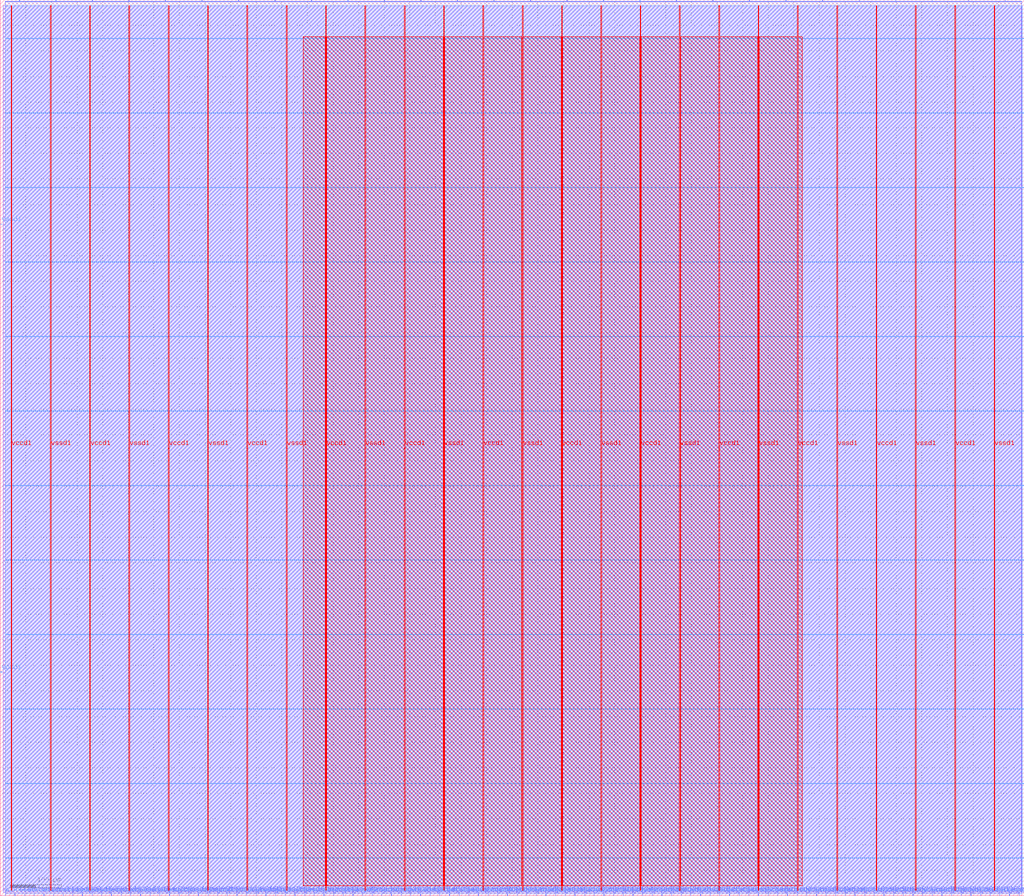
<source format=lef>
VERSION 5.7 ;
  NOWIREEXTENSIONATPIN ON ;
  DIVIDERCHAR "/" ;
  BUSBITCHARS "[]" ;
MACRO tapeins_sp24_tapein2_Interconnect_noparam
  CLASS BLOCK ;
  FOREIGN tapeins_sp24_tapein2_Interconnect_noparam ;
  ORIGIN 0.000 0.000 ;
  SIZE 2000.000 BY 1750.000 ;
  PIN adapter_parity
    DIRECTION OUTPUT TRISTATE ;
    USE SIGNAL ;
    ANTENNADIFFAREA 2.673000 ;
    PORT
      LAYER met3 ;
        RECT 1996.000 73.480 2000.000 74.080 ;
    END
  END adapter_parity
  PIN classifier_xbar_input_override
    DIRECTION INPUT ;
    USE SIGNAL ;
    ANTENNAGATEAREA 0.990000 ;
    PORT
      LAYER met3 ;
        RECT 1996.000 946.600 2000.000 947.200 ;
    END
  END classifier_xbar_input_override
  PIN classifier_xbar_output_override
    DIRECTION INPUT ;
    USE SIGNAL ;
    ANTENNAGATEAREA 0.990000 ;
    PORT
      LAYER met3 ;
        RECT 1996.000 1092.120 2000.000 1092.720 ;
    END
  END classifier_xbar_output_override
  PIN clk
    DIRECTION INPUT ;
    USE SIGNAL ;
    ANTENNAGATEAREA 0.852000 ;
    ANTENNADIFFAREA 0.434700 ;
    PORT
      LAYER met2 ;
        RECT 9.750 0.000 10.030 4.000 ;
    END
  END clk
  PIN cs
    DIRECTION INPUT ;
    USE SIGNAL ;
    ANTENNAGATEAREA 0.426000 ;
    PORT
      LAYER met3 ;
        RECT 1996.000 364.520 2000.000 365.120 ;
    END
  END cs
  PIN input_xbar_input_override
    DIRECTION INPUT ;
    USE SIGNAL ;
    ANTENNAGATEAREA 0.990000 ;
    PORT
      LAYER met3 ;
        RECT 1996.000 1237.640 2000.000 1238.240 ;
    END
  END input_xbar_input_override
  PIN input_xbar_output_override
    DIRECTION INPUT ;
    USE SIGNAL ;
    ANTENNAGATEAREA 0.990000 ;
    PORT
      LAYER met3 ;
        RECT 1996.000 1383.160 2000.000 1383.760 ;
    END
  END input_xbar_output_override
  PIN io_oeb[0]
    DIRECTION OUTPUT TRISTATE ;
    USE SIGNAL ;
    PORT
      LAYER met2 ;
        RECT 37.350 1746.000 37.630 1750.000 ;
    END
  END io_oeb[0]
  PIN io_oeb[10]
    DIRECTION OUTPUT TRISTATE ;
    USE SIGNAL ;
    PORT
      LAYER met2 ;
        RECT 750.350 1746.000 750.630 1750.000 ;
    END
  END io_oeb[10]
  PIN io_oeb[11]
    DIRECTION OUTPUT TRISTATE ;
    USE SIGNAL ;
    PORT
      LAYER met2 ;
        RECT 821.650 1746.000 821.930 1750.000 ;
    END
  END io_oeb[11]
  PIN io_oeb[12]
    DIRECTION OUTPUT TRISTATE ;
    USE SIGNAL ;
    PORT
      LAYER met2 ;
        RECT 892.950 1746.000 893.230 1750.000 ;
    END
  END io_oeb[12]
  PIN io_oeb[13]
    DIRECTION OUTPUT TRISTATE ;
    USE SIGNAL ;
    PORT
      LAYER met2 ;
        RECT 964.250 1746.000 964.530 1750.000 ;
    END
  END io_oeb[13]
  PIN io_oeb[14]
    DIRECTION OUTPUT TRISTATE ;
    USE SIGNAL ;
    PORT
      LAYER met2 ;
        RECT 1035.550 1746.000 1035.830 1750.000 ;
    END
  END io_oeb[14]
  PIN io_oeb[15]
    DIRECTION OUTPUT TRISTATE ;
    USE SIGNAL ;
    PORT
      LAYER met2 ;
        RECT 1106.850 1746.000 1107.130 1750.000 ;
    END
  END io_oeb[15]
  PIN io_oeb[16]
    DIRECTION OUTPUT TRISTATE ;
    USE SIGNAL ;
    PORT
      LAYER met2 ;
        RECT 1178.150 1746.000 1178.430 1750.000 ;
    END
  END io_oeb[16]
  PIN io_oeb[17]
    DIRECTION OUTPUT TRISTATE ;
    USE SIGNAL ;
    PORT
      LAYER met2 ;
        RECT 1249.450 1746.000 1249.730 1750.000 ;
    END
  END io_oeb[17]
  PIN io_oeb[18]
    DIRECTION OUTPUT TRISTATE ;
    USE SIGNAL ;
    PORT
      LAYER met2 ;
        RECT 1320.750 1746.000 1321.030 1750.000 ;
    END
  END io_oeb[18]
  PIN io_oeb[19]
    DIRECTION OUTPUT TRISTATE ;
    USE SIGNAL ;
    PORT
      LAYER met2 ;
        RECT 1392.050 1746.000 1392.330 1750.000 ;
    END
  END io_oeb[19]
  PIN io_oeb[1]
    DIRECTION OUTPUT TRISTATE ;
    USE SIGNAL ;
    PORT
      LAYER met2 ;
        RECT 108.650 1746.000 108.930 1750.000 ;
    END
  END io_oeb[1]
  PIN io_oeb[20]
    DIRECTION OUTPUT TRISTATE ;
    USE SIGNAL ;
    PORT
      LAYER met2 ;
        RECT 1463.350 1746.000 1463.630 1750.000 ;
    END
  END io_oeb[20]
  PIN io_oeb[21]
    DIRECTION OUTPUT TRISTATE ;
    USE SIGNAL ;
    PORT
      LAYER met2 ;
        RECT 1534.650 1746.000 1534.930 1750.000 ;
    END
  END io_oeb[21]
  PIN io_oeb[22]
    DIRECTION OUTPUT TRISTATE ;
    USE SIGNAL ;
    PORT
      LAYER met2 ;
        RECT 1605.950 1746.000 1606.230 1750.000 ;
    END
  END io_oeb[22]
  PIN io_oeb[2]
    DIRECTION OUTPUT TRISTATE ;
    USE SIGNAL ;
    PORT
      LAYER met2 ;
        RECT 179.950 1746.000 180.230 1750.000 ;
    END
  END io_oeb[2]
  PIN io_oeb[3]
    DIRECTION OUTPUT TRISTATE ;
    USE SIGNAL ;
    PORT
      LAYER met2 ;
        RECT 251.250 1746.000 251.530 1750.000 ;
    END
  END io_oeb[3]
  PIN io_oeb[4]
    DIRECTION OUTPUT TRISTATE ;
    USE SIGNAL ;
    PORT
      LAYER met2 ;
        RECT 322.550 1746.000 322.830 1750.000 ;
    END
  END io_oeb[4]
  PIN io_oeb[5]
    DIRECTION OUTPUT TRISTATE ;
    USE SIGNAL ;
    PORT
      LAYER met2 ;
        RECT 393.850 1746.000 394.130 1750.000 ;
    END
  END io_oeb[5]
  PIN io_oeb[6]
    DIRECTION OUTPUT TRISTATE ;
    USE SIGNAL ;
    PORT
      LAYER met2 ;
        RECT 465.150 1746.000 465.430 1750.000 ;
    END
  END io_oeb[6]
  PIN io_oeb[7]
    DIRECTION OUTPUT TRISTATE ;
    USE SIGNAL ;
    PORT
      LAYER met2 ;
        RECT 536.450 1746.000 536.730 1750.000 ;
    END
  END io_oeb[7]
  PIN io_oeb[8]
    DIRECTION OUTPUT TRISTATE ;
    USE SIGNAL ;
    PORT
      LAYER met2 ;
        RECT 607.750 1746.000 608.030 1750.000 ;
    END
  END io_oeb[8]
  PIN io_oeb[9]
    DIRECTION OUTPUT TRISTATE ;
    USE SIGNAL ;
    PORT
      LAYER met2 ;
        RECT 679.050 1746.000 679.330 1750.000 ;
    END
  END io_oeb[9]
  PIN io_out[0]
    DIRECTION OUTPUT TRISTATE ;
    USE SIGNAL ;
    PORT
      LAYER met2 ;
        RECT 1677.250 1746.000 1677.530 1750.000 ;
    END
  END io_out[0]
  PIN io_out[1]
    DIRECTION OUTPUT TRISTATE ;
    USE SIGNAL ;
    PORT
      LAYER met2 ;
        RECT 1748.550 1746.000 1748.830 1750.000 ;
    END
  END io_out[1]
  PIN io_out[2]
    DIRECTION OUTPUT TRISTATE ;
    USE SIGNAL ;
    PORT
      LAYER met2 ;
        RECT 1819.850 1746.000 1820.130 1750.000 ;
    END
  END io_out[2]
  PIN io_out[3]
    DIRECTION OUTPUT TRISTATE ;
    USE SIGNAL ;
    PORT
      LAYER met2 ;
        RECT 1891.150 1746.000 1891.430 1750.000 ;
    END
  END io_out[3]
  PIN io_out[4]
    DIRECTION OUTPUT TRISTATE ;
    USE SIGNAL ;
    PORT
      LAYER met2 ;
        RECT 1962.450 1746.000 1962.730 1750.000 ;
    END
  END io_out[4]
  PIN minion_parity
    DIRECTION OUTPUT TRISTATE ;
    USE SIGNAL ;
    ANTENNADIFFAREA 2.673000 ;
    PORT
      LAYER met3 ;
        RECT 1996.000 219.000 2000.000 219.600 ;
    END
  END minion_parity
  PIN miso
    DIRECTION OUTPUT TRISTATE ;
    USE SIGNAL ;
    ANTENNADIFFAREA 2.673000 ;
    PORT
      LAYER met3 ;
        RECT 1996.000 801.080 2000.000 801.680 ;
    END
  END miso
  PIN mosi
    DIRECTION INPUT ;
    USE SIGNAL ;
    ANTENNAGATEAREA 0.247500 ;
    PORT
      LAYER met3 ;
        RECT 1996.000 510.040 2000.000 510.640 ;
    END
  END mosi
  PIN output_xbar_input_override
    DIRECTION INPUT ;
    USE SIGNAL ;
    ANTENNAGATEAREA 0.990000 ;
    PORT
      LAYER met3 ;
        RECT 1996.000 1528.680 2000.000 1529.280 ;
    END
  END output_xbar_input_override
  PIN output_xbar_output_override
    DIRECTION INPUT ;
    USE SIGNAL ;
    ANTENNAGATEAREA 0.990000 ;
    PORT
      LAYER met3 ;
        RECT 1996.000 1674.200 2000.000 1674.800 ;
    END
  END output_xbar_output_override
  PIN reset
    DIRECTION INPUT ;
    USE SIGNAL ;
    ANTENNAGATEAREA 0.990000 ;
    PORT
      LAYER met2 ;
        RECT 28.610 0.000 28.890 4.000 ;
    END
  END reset
  PIN sclk
    DIRECTION INPUT ;
    USE SIGNAL ;
    ANTENNAGATEAREA 0.426000 ;
    PORT
      LAYER met3 ;
        RECT 1996.000 655.560 2000.000 656.160 ;
    END
  END sclk
  PIN vccd1
    DIRECTION INOUT ;
    USE SIGNAL ;
    PORT
      LAYER met3 ;
        RECT 0.000 436.600 4.000 437.200 ;
    END
    PORT
      LAYER met4 ;
        RECT 21.040 10.640 22.640 1738.320 ;
    END
    PORT
      LAYER met4 ;
        RECT 174.640 10.640 176.240 1738.320 ;
    END
    PORT
      LAYER met4 ;
        RECT 328.240 10.640 329.840 1738.320 ;
    END
    PORT
      LAYER met4 ;
        RECT 481.840 10.640 483.440 1738.320 ;
    END
    PORT
      LAYER met4 ;
        RECT 635.440 10.640 637.040 1738.320 ;
    END
    PORT
      LAYER met4 ;
        RECT 789.040 10.640 790.640 1738.320 ;
    END
    PORT
      LAYER met4 ;
        RECT 942.640 10.640 944.240 1738.320 ;
    END
    PORT
      LAYER met4 ;
        RECT 1096.240 10.640 1097.840 1738.320 ;
    END
    PORT
      LAYER met4 ;
        RECT 1249.840 10.640 1251.440 1738.320 ;
    END
    PORT
      LAYER met4 ;
        RECT 1403.440 10.640 1405.040 1738.320 ;
    END
    PORT
      LAYER met4 ;
        RECT 1557.040 10.640 1558.640 1738.320 ;
    END
    PORT
      LAYER met4 ;
        RECT 1710.640 10.640 1712.240 1738.320 ;
    END
    PORT
      LAYER met4 ;
        RECT 1864.240 10.640 1865.840 1738.320 ;
    END
  END vccd1
  PIN vssd1
    DIRECTION INOUT ;
    USE SIGNAL ;
    PORT
      LAYER met3 ;
        RECT 0.000 1311.080 4.000 1311.680 ;
    END
    PORT
      LAYER met4 ;
        RECT 97.840 10.640 99.440 1738.320 ;
    END
    PORT
      LAYER met4 ;
        RECT 251.440 10.640 253.040 1738.320 ;
    END
    PORT
      LAYER met4 ;
        RECT 405.040 10.640 406.640 1738.320 ;
    END
    PORT
      LAYER met4 ;
        RECT 558.640 10.640 560.240 1738.320 ;
    END
    PORT
      LAYER met4 ;
        RECT 712.240 10.640 713.840 1738.320 ;
    END
    PORT
      LAYER met4 ;
        RECT 865.840 10.640 867.440 1738.320 ;
    END
    PORT
      LAYER met4 ;
        RECT 1019.440 10.640 1021.040 1738.320 ;
    END
    PORT
      LAYER met4 ;
        RECT 1173.040 10.640 1174.640 1738.320 ;
    END
    PORT
      LAYER met4 ;
        RECT 1326.640 10.640 1328.240 1738.320 ;
    END
    PORT
      LAYER met4 ;
        RECT 1480.240 10.640 1481.840 1738.320 ;
    END
    PORT
      LAYER met4 ;
        RECT 1633.840 10.640 1635.440 1738.320 ;
    END
    PORT
      LAYER met4 ;
        RECT 1787.440 10.640 1789.040 1738.320 ;
    END
    PORT
      LAYER met4 ;
        RECT 1941.040 10.640 1942.640 1738.320 ;
    END
  END vssd1
  PIN wbs_ack_o
    DIRECTION OUTPUT TRISTATE ;
    USE SIGNAL ;
    PORT
      LAYER met2 ;
        RECT 47.470 0.000 47.750 4.000 ;
    END
  END wbs_ack_o
  PIN wbs_adr_i[0]
    DIRECTION INPUT ;
    USE SIGNAL ;
    ANTENNAGATEAREA 0.196500 ;
    PORT
      LAYER met2 ;
        RECT 66.330 0.000 66.610 4.000 ;
    END
  END wbs_adr_i[0]
  PIN wbs_adr_i[10]
    DIRECTION INPUT ;
    USE SIGNAL ;
    ANTENNAGATEAREA 0.196500 ;
    PORT
      LAYER met2 ;
        RECT 254.930 0.000 255.210 4.000 ;
    END
  END wbs_adr_i[10]
  PIN wbs_adr_i[11]
    DIRECTION INPUT ;
    USE SIGNAL ;
    ANTENNAGATEAREA 0.196500 ;
    PORT
      LAYER met2 ;
        RECT 273.790 0.000 274.070 4.000 ;
    END
  END wbs_adr_i[11]
  PIN wbs_adr_i[12]
    DIRECTION INPUT ;
    USE SIGNAL ;
    ANTENNAGATEAREA 0.196500 ;
    PORT
      LAYER met2 ;
        RECT 292.650 0.000 292.930 4.000 ;
    END
  END wbs_adr_i[12]
  PIN wbs_adr_i[13]
    DIRECTION INPUT ;
    USE SIGNAL ;
    ANTENNAGATEAREA 0.196500 ;
    PORT
      LAYER met2 ;
        RECT 311.510 0.000 311.790 4.000 ;
    END
  END wbs_adr_i[13]
  PIN wbs_adr_i[14]
    DIRECTION INPUT ;
    USE SIGNAL ;
    ANTENNAGATEAREA 0.196500 ;
    PORT
      LAYER met2 ;
        RECT 330.370 0.000 330.650 4.000 ;
    END
  END wbs_adr_i[14]
  PIN wbs_adr_i[15]
    DIRECTION INPUT ;
    USE SIGNAL ;
    ANTENNAGATEAREA 0.196500 ;
    PORT
      LAYER met2 ;
        RECT 349.230 0.000 349.510 4.000 ;
    END
  END wbs_adr_i[15]
  PIN wbs_adr_i[16]
    DIRECTION INPUT ;
    USE SIGNAL ;
    ANTENNAGATEAREA 0.196500 ;
    PORT
      LAYER met2 ;
        RECT 368.090 0.000 368.370 4.000 ;
    END
  END wbs_adr_i[16]
  PIN wbs_adr_i[17]
    DIRECTION INPUT ;
    USE SIGNAL ;
    ANTENNAGATEAREA 0.196500 ;
    PORT
      LAYER met2 ;
        RECT 386.950 0.000 387.230 4.000 ;
    END
  END wbs_adr_i[17]
  PIN wbs_adr_i[18]
    DIRECTION INPUT ;
    USE SIGNAL ;
    ANTENNAGATEAREA 0.196500 ;
    PORT
      LAYER met2 ;
        RECT 405.810 0.000 406.090 4.000 ;
    END
  END wbs_adr_i[18]
  PIN wbs_adr_i[19]
    DIRECTION INPUT ;
    USE SIGNAL ;
    ANTENNAGATEAREA 0.196500 ;
    PORT
      LAYER met2 ;
        RECT 424.670 0.000 424.950 4.000 ;
    END
  END wbs_adr_i[19]
  PIN wbs_adr_i[1]
    DIRECTION INPUT ;
    USE SIGNAL ;
    ANTENNAGATEAREA 0.126000 ;
    PORT
      LAYER met2 ;
        RECT 85.190 0.000 85.470 4.000 ;
    END
  END wbs_adr_i[1]
  PIN wbs_adr_i[20]
    DIRECTION INPUT ;
    USE SIGNAL ;
    ANTENNAGATEAREA 0.196500 ;
    PORT
      LAYER met2 ;
        RECT 443.530 0.000 443.810 4.000 ;
    END
  END wbs_adr_i[20]
  PIN wbs_adr_i[21]
    DIRECTION INPUT ;
    USE SIGNAL ;
    ANTENNAGATEAREA 0.196500 ;
    PORT
      LAYER met2 ;
        RECT 462.390 0.000 462.670 4.000 ;
    END
  END wbs_adr_i[21]
  PIN wbs_adr_i[22]
    DIRECTION INPUT ;
    USE SIGNAL ;
    ANTENNAGATEAREA 0.196500 ;
    PORT
      LAYER met2 ;
        RECT 481.250 0.000 481.530 4.000 ;
    END
  END wbs_adr_i[22]
  PIN wbs_adr_i[23]
    DIRECTION INPUT ;
    USE SIGNAL ;
    ANTENNAGATEAREA 0.196500 ;
    PORT
      LAYER met2 ;
        RECT 500.110 0.000 500.390 4.000 ;
    END
  END wbs_adr_i[23]
  PIN wbs_adr_i[24]
    DIRECTION INPUT ;
    USE SIGNAL ;
    ANTENNAGATEAREA 0.196500 ;
    PORT
      LAYER met2 ;
        RECT 518.970 0.000 519.250 4.000 ;
    END
  END wbs_adr_i[24]
  PIN wbs_adr_i[25]
    DIRECTION INPUT ;
    USE SIGNAL ;
    ANTENNAGATEAREA 0.196500 ;
    PORT
      LAYER met2 ;
        RECT 537.830 0.000 538.110 4.000 ;
    END
  END wbs_adr_i[25]
  PIN wbs_adr_i[26]
    DIRECTION INPUT ;
    USE SIGNAL ;
    ANTENNAGATEAREA 0.196500 ;
    PORT
      LAYER met2 ;
        RECT 556.690 0.000 556.970 4.000 ;
    END
  END wbs_adr_i[26]
  PIN wbs_adr_i[27]
    DIRECTION INPUT ;
    USE SIGNAL ;
    ANTENNAGATEAREA 0.196500 ;
    PORT
      LAYER met2 ;
        RECT 575.550 0.000 575.830 4.000 ;
    END
  END wbs_adr_i[27]
  PIN wbs_adr_i[28]
    DIRECTION INPUT ;
    USE SIGNAL ;
    ANTENNAGATEAREA 0.126000 ;
    PORT
      LAYER met2 ;
        RECT 594.410 0.000 594.690 4.000 ;
    END
  END wbs_adr_i[28]
  PIN wbs_adr_i[29]
    DIRECTION INPUT ;
    USE SIGNAL ;
    ANTENNAGATEAREA 0.126000 ;
    PORT
      LAYER met2 ;
        RECT 613.270 0.000 613.550 4.000 ;
    END
  END wbs_adr_i[29]
  PIN wbs_adr_i[2]
    DIRECTION INPUT ;
    USE SIGNAL ;
    ANTENNAGATEAREA 0.196500 ;
    PORT
      LAYER met2 ;
        RECT 104.050 0.000 104.330 4.000 ;
    END
  END wbs_adr_i[2]
  PIN wbs_adr_i[30]
    DIRECTION INPUT ;
    USE SIGNAL ;
    ANTENNAGATEAREA 0.196500 ;
    PORT
      LAYER met2 ;
        RECT 632.130 0.000 632.410 4.000 ;
    END
  END wbs_adr_i[30]
  PIN wbs_adr_i[31]
    DIRECTION INPUT ;
    USE SIGNAL ;
    ANTENNAGATEAREA 0.126000 ;
    PORT
      LAYER met2 ;
        RECT 650.990 0.000 651.270 4.000 ;
    END
  END wbs_adr_i[31]
  PIN wbs_adr_i[3]
    DIRECTION INPUT ;
    USE SIGNAL ;
    ANTENNAGATEAREA 0.126000 ;
    PORT
      LAYER met2 ;
        RECT 122.910 0.000 123.190 4.000 ;
    END
  END wbs_adr_i[3]
  PIN wbs_adr_i[4]
    DIRECTION INPUT ;
    USE SIGNAL ;
    ANTENNAGATEAREA 0.126000 ;
    PORT
      LAYER met2 ;
        RECT 141.770 0.000 142.050 4.000 ;
    END
  END wbs_adr_i[4]
  PIN wbs_adr_i[5]
    DIRECTION INPUT ;
    USE SIGNAL ;
    ANTENNAGATEAREA 0.196500 ;
    PORT
      LAYER met2 ;
        RECT 160.630 0.000 160.910 4.000 ;
    END
  END wbs_adr_i[5]
  PIN wbs_adr_i[6]
    DIRECTION INPUT ;
    USE SIGNAL ;
    ANTENNAGATEAREA 0.196500 ;
    PORT
      LAYER met2 ;
        RECT 179.490 0.000 179.770 4.000 ;
    END
  END wbs_adr_i[6]
  PIN wbs_adr_i[7]
    DIRECTION INPUT ;
    USE SIGNAL ;
    ANTENNAGATEAREA 0.196500 ;
    PORT
      LAYER met2 ;
        RECT 198.350 0.000 198.630 4.000 ;
    END
  END wbs_adr_i[7]
  PIN wbs_adr_i[8]
    DIRECTION INPUT ;
    USE SIGNAL ;
    ANTENNAGATEAREA 0.196500 ;
    PORT
      LAYER met2 ;
        RECT 217.210 0.000 217.490 4.000 ;
    END
  END wbs_adr_i[8]
  PIN wbs_adr_i[9]
    DIRECTION INPUT ;
    USE SIGNAL ;
    ANTENNAGATEAREA 0.196500 ;
    PORT
      LAYER met2 ;
        RECT 236.070 0.000 236.350 4.000 ;
    END
  END wbs_adr_i[9]
  PIN wbs_cyc_i
    DIRECTION INPUT ;
    USE SIGNAL ;
    ANTENNAGATEAREA 0.213000 ;
    PORT
      LAYER met2 ;
        RECT 669.850 0.000 670.130 4.000 ;
    END
  END wbs_cyc_i
  PIN wbs_dat_i[0]
    DIRECTION INPUT ;
    USE SIGNAL ;
    ANTENNAGATEAREA 0.126000 ;
    PORT
      LAYER met2 ;
        RECT 688.710 0.000 688.990 4.000 ;
    END
  END wbs_dat_i[0]
  PIN wbs_dat_i[10]
    DIRECTION INPUT ;
    USE SIGNAL ;
    ANTENNAGATEAREA 0.126000 ;
    PORT
      LAYER met2 ;
        RECT 877.310 0.000 877.590 4.000 ;
    END
  END wbs_dat_i[10]
  PIN wbs_dat_i[11]
    DIRECTION INPUT ;
    USE SIGNAL ;
    ANTENNAGATEAREA 0.126000 ;
    PORT
      LAYER met2 ;
        RECT 896.170 0.000 896.450 4.000 ;
    END
  END wbs_dat_i[11]
  PIN wbs_dat_i[12]
    DIRECTION INPUT ;
    USE SIGNAL ;
    ANTENNAGATEAREA 0.126000 ;
    PORT
      LAYER met2 ;
        RECT 915.030 0.000 915.310 4.000 ;
    END
  END wbs_dat_i[12]
  PIN wbs_dat_i[13]
    DIRECTION INPUT ;
    USE SIGNAL ;
    ANTENNAGATEAREA 0.126000 ;
    PORT
      LAYER met2 ;
        RECT 933.890 0.000 934.170 4.000 ;
    END
  END wbs_dat_i[13]
  PIN wbs_dat_i[14]
    DIRECTION INPUT ;
    USE SIGNAL ;
    ANTENNAGATEAREA 0.126000 ;
    PORT
      LAYER met2 ;
        RECT 952.750 0.000 953.030 4.000 ;
    END
  END wbs_dat_i[14]
  PIN wbs_dat_i[15]
    DIRECTION INPUT ;
    USE SIGNAL ;
    ANTENNAGATEAREA 0.126000 ;
    PORT
      LAYER met2 ;
        RECT 971.610 0.000 971.890 4.000 ;
    END
  END wbs_dat_i[15]
  PIN wbs_dat_i[16]
    DIRECTION INPUT ;
    USE SIGNAL ;
    PORT
      LAYER met2 ;
        RECT 990.470 0.000 990.750 4.000 ;
    END
  END wbs_dat_i[16]
  PIN wbs_dat_i[17]
    DIRECTION INPUT ;
    USE SIGNAL ;
    PORT
      LAYER met2 ;
        RECT 1009.330 0.000 1009.610 4.000 ;
    END
  END wbs_dat_i[17]
  PIN wbs_dat_i[18]
    DIRECTION INPUT ;
    USE SIGNAL ;
    PORT
      LAYER met2 ;
        RECT 1028.190 0.000 1028.470 4.000 ;
    END
  END wbs_dat_i[18]
  PIN wbs_dat_i[19]
    DIRECTION INPUT ;
    USE SIGNAL ;
    PORT
      LAYER met2 ;
        RECT 1047.050 0.000 1047.330 4.000 ;
    END
  END wbs_dat_i[19]
  PIN wbs_dat_i[1]
    DIRECTION INPUT ;
    USE SIGNAL ;
    ANTENNAGATEAREA 0.126000 ;
    PORT
      LAYER met2 ;
        RECT 707.570 0.000 707.850 4.000 ;
    END
  END wbs_dat_i[1]
  PIN wbs_dat_i[20]
    DIRECTION INPUT ;
    USE SIGNAL ;
    PORT
      LAYER met2 ;
        RECT 1065.910 0.000 1066.190 4.000 ;
    END
  END wbs_dat_i[20]
  PIN wbs_dat_i[21]
    DIRECTION INPUT ;
    USE SIGNAL ;
    PORT
      LAYER met2 ;
        RECT 1084.770 0.000 1085.050 4.000 ;
    END
  END wbs_dat_i[21]
  PIN wbs_dat_i[22]
    DIRECTION INPUT ;
    USE SIGNAL ;
    PORT
      LAYER met2 ;
        RECT 1103.630 0.000 1103.910 4.000 ;
    END
  END wbs_dat_i[22]
  PIN wbs_dat_i[23]
    DIRECTION INPUT ;
    USE SIGNAL ;
    PORT
      LAYER met2 ;
        RECT 1122.490 0.000 1122.770 4.000 ;
    END
  END wbs_dat_i[23]
  PIN wbs_dat_i[24]
    DIRECTION INPUT ;
    USE SIGNAL ;
    PORT
      LAYER met2 ;
        RECT 1141.350 0.000 1141.630 4.000 ;
    END
  END wbs_dat_i[24]
  PIN wbs_dat_i[25]
    DIRECTION INPUT ;
    USE SIGNAL ;
    PORT
      LAYER met2 ;
        RECT 1160.210 0.000 1160.490 4.000 ;
    END
  END wbs_dat_i[25]
  PIN wbs_dat_i[26]
    DIRECTION INPUT ;
    USE SIGNAL ;
    PORT
      LAYER met2 ;
        RECT 1179.070 0.000 1179.350 4.000 ;
    END
  END wbs_dat_i[26]
  PIN wbs_dat_i[27]
    DIRECTION INPUT ;
    USE SIGNAL ;
    PORT
      LAYER met2 ;
        RECT 1197.930 0.000 1198.210 4.000 ;
    END
  END wbs_dat_i[27]
  PIN wbs_dat_i[28]
    DIRECTION INPUT ;
    USE SIGNAL ;
    PORT
      LAYER met2 ;
        RECT 1216.790 0.000 1217.070 4.000 ;
    END
  END wbs_dat_i[28]
  PIN wbs_dat_i[29]
    DIRECTION INPUT ;
    USE SIGNAL ;
    PORT
      LAYER met2 ;
        RECT 1235.650 0.000 1235.930 4.000 ;
    END
  END wbs_dat_i[29]
  PIN wbs_dat_i[2]
    DIRECTION INPUT ;
    USE SIGNAL ;
    ANTENNAGATEAREA 0.126000 ;
    PORT
      LAYER met2 ;
        RECT 726.430 0.000 726.710 4.000 ;
    END
  END wbs_dat_i[2]
  PIN wbs_dat_i[30]
    DIRECTION INPUT ;
    USE SIGNAL ;
    PORT
      LAYER met2 ;
        RECT 1254.510 0.000 1254.790 4.000 ;
    END
  END wbs_dat_i[30]
  PIN wbs_dat_i[31]
    DIRECTION INPUT ;
    USE SIGNAL ;
    PORT
      LAYER met2 ;
        RECT 1273.370 0.000 1273.650 4.000 ;
    END
  END wbs_dat_i[31]
  PIN wbs_dat_i[3]
    DIRECTION INPUT ;
    USE SIGNAL ;
    ANTENNAGATEAREA 0.126000 ;
    PORT
      LAYER met2 ;
        RECT 745.290 0.000 745.570 4.000 ;
    END
  END wbs_dat_i[3]
  PIN wbs_dat_i[4]
    DIRECTION INPUT ;
    USE SIGNAL ;
    ANTENNAGATEAREA 0.126000 ;
    PORT
      LAYER met2 ;
        RECT 764.150 0.000 764.430 4.000 ;
    END
  END wbs_dat_i[4]
  PIN wbs_dat_i[5]
    DIRECTION INPUT ;
    USE SIGNAL ;
    ANTENNAGATEAREA 0.126000 ;
    PORT
      LAYER met2 ;
        RECT 783.010 0.000 783.290 4.000 ;
    END
  END wbs_dat_i[5]
  PIN wbs_dat_i[6]
    DIRECTION INPUT ;
    USE SIGNAL ;
    ANTENNAGATEAREA 0.126000 ;
    PORT
      LAYER met2 ;
        RECT 801.870 0.000 802.150 4.000 ;
    END
  END wbs_dat_i[6]
  PIN wbs_dat_i[7]
    DIRECTION INPUT ;
    USE SIGNAL ;
    ANTENNAGATEAREA 0.126000 ;
    PORT
      LAYER met2 ;
        RECT 820.730 0.000 821.010 4.000 ;
    END
  END wbs_dat_i[7]
  PIN wbs_dat_i[8]
    DIRECTION INPUT ;
    USE SIGNAL ;
    ANTENNAGATEAREA 0.126000 ;
    PORT
      LAYER met2 ;
        RECT 839.590 0.000 839.870 4.000 ;
    END
  END wbs_dat_i[8]
  PIN wbs_dat_i[9]
    DIRECTION INPUT ;
    USE SIGNAL ;
    ANTENNAGATEAREA 0.126000 ;
    PORT
      LAYER met2 ;
        RECT 858.450 0.000 858.730 4.000 ;
    END
  END wbs_dat_i[9]
  PIN wbs_dat_o[0]
    DIRECTION OUTPUT TRISTATE ;
    USE SIGNAL ;
    ANTENNADIFFAREA 2.673000 ;
    PORT
      LAYER met2 ;
        RECT 1292.230 0.000 1292.510 4.000 ;
    END
  END wbs_dat_o[0]
  PIN wbs_dat_o[10]
    DIRECTION OUTPUT TRISTATE ;
    USE SIGNAL ;
    ANTENNADIFFAREA 2.673000 ;
    PORT
      LAYER met2 ;
        RECT 1480.830 0.000 1481.110 4.000 ;
    END
  END wbs_dat_o[10]
  PIN wbs_dat_o[11]
    DIRECTION OUTPUT TRISTATE ;
    USE SIGNAL ;
    ANTENNADIFFAREA 2.673000 ;
    PORT
      LAYER met2 ;
        RECT 1499.690 0.000 1499.970 4.000 ;
    END
  END wbs_dat_o[11]
  PIN wbs_dat_o[12]
    DIRECTION OUTPUT TRISTATE ;
    USE SIGNAL ;
    ANTENNADIFFAREA 2.673000 ;
    PORT
      LAYER met2 ;
        RECT 1518.550 0.000 1518.830 4.000 ;
    END
  END wbs_dat_o[12]
  PIN wbs_dat_o[13]
    DIRECTION OUTPUT TRISTATE ;
    USE SIGNAL ;
    ANTENNADIFFAREA 2.673000 ;
    PORT
      LAYER met2 ;
        RECT 1537.410 0.000 1537.690 4.000 ;
    END
  END wbs_dat_o[13]
  PIN wbs_dat_o[14]
    DIRECTION OUTPUT TRISTATE ;
    USE SIGNAL ;
    ANTENNADIFFAREA 2.673000 ;
    PORT
      LAYER met2 ;
        RECT 1556.270 0.000 1556.550 4.000 ;
    END
  END wbs_dat_o[14]
  PIN wbs_dat_o[15]
    DIRECTION OUTPUT TRISTATE ;
    USE SIGNAL ;
    ANTENNADIFFAREA 2.673000 ;
    PORT
      LAYER met2 ;
        RECT 1575.130 0.000 1575.410 4.000 ;
    END
  END wbs_dat_o[15]
  PIN wbs_dat_o[16]
    DIRECTION OUTPUT TRISTATE ;
    USE SIGNAL ;
    ANTENNADIFFAREA 2.673000 ;
    PORT
      LAYER met2 ;
        RECT 1593.990 0.000 1594.270 4.000 ;
    END
  END wbs_dat_o[16]
  PIN wbs_dat_o[17]
    DIRECTION OUTPUT TRISTATE ;
    USE SIGNAL ;
    ANTENNADIFFAREA 2.673000 ;
    PORT
      LAYER met2 ;
        RECT 1612.850 0.000 1613.130 4.000 ;
    END
  END wbs_dat_o[17]
  PIN wbs_dat_o[18]
    DIRECTION OUTPUT TRISTATE ;
    USE SIGNAL ;
    ANTENNADIFFAREA 2.673000 ;
    PORT
      LAYER met2 ;
        RECT 1631.710 0.000 1631.990 4.000 ;
    END
  END wbs_dat_o[18]
  PIN wbs_dat_o[19]
    DIRECTION OUTPUT TRISTATE ;
    USE SIGNAL ;
    ANTENNADIFFAREA 2.673000 ;
    PORT
      LAYER met2 ;
        RECT 1650.570 0.000 1650.850 4.000 ;
    END
  END wbs_dat_o[19]
  PIN wbs_dat_o[1]
    DIRECTION OUTPUT TRISTATE ;
    USE SIGNAL ;
    ANTENNADIFFAREA 2.673000 ;
    PORT
      LAYER met2 ;
        RECT 1311.090 0.000 1311.370 4.000 ;
    END
  END wbs_dat_o[1]
  PIN wbs_dat_o[20]
    DIRECTION OUTPUT TRISTATE ;
    USE SIGNAL ;
    ANTENNADIFFAREA 2.673000 ;
    PORT
      LAYER met2 ;
        RECT 1669.430 0.000 1669.710 4.000 ;
    END
  END wbs_dat_o[20]
  PIN wbs_dat_o[21]
    DIRECTION OUTPUT TRISTATE ;
    USE SIGNAL ;
    ANTENNADIFFAREA 2.673000 ;
    PORT
      LAYER met2 ;
        RECT 1688.290 0.000 1688.570 4.000 ;
    END
  END wbs_dat_o[21]
  PIN wbs_dat_o[22]
    DIRECTION OUTPUT TRISTATE ;
    USE SIGNAL ;
    ANTENNADIFFAREA 2.673000 ;
    PORT
      LAYER met2 ;
        RECT 1707.150 0.000 1707.430 4.000 ;
    END
  END wbs_dat_o[22]
  PIN wbs_dat_o[23]
    DIRECTION OUTPUT TRISTATE ;
    USE SIGNAL ;
    ANTENNADIFFAREA 2.673000 ;
    PORT
      LAYER met2 ;
        RECT 1726.010 0.000 1726.290 4.000 ;
    END
  END wbs_dat_o[23]
  PIN wbs_dat_o[24]
    DIRECTION OUTPUT TRISTATE ;
    USE SIGNAL ;
    ANTENNADIFFAREA 2.673000 ;
    PORT
      LAYER met2 ;
        RECT 1744.870 0.000 1745.150 4.000 ;
    END
  END wbs_dat_o[24]
  PIN wbs_dat_o[25]
    DIRECTION OUTPUT TRISTATE ;
    USE SIGNAL ;
    ANTENNADIFFAREA 2.673000 ;
    PORT
      LAYER met2 ;
        RECT 1763.730 0.000 1764.010 4.000 ;
    END
  END wbs_dat_o[25]
  PIN wbs_dat_o[26]
    DIRECTION OUTPUT TRISTATE ;
    USE SIGNAL ;
    ANTENNADIFFAREA 2.673000 ;
    PORT
      LAYER met2 ;
        RECT 1782.590 0.000 1782.870 4.000 ;
    END
  END wbs_dat_o[26]
  PIN wbs_dat_o[27]
    DIRECTION OUTPUT TRISTATE ;
    USE SIGNAL ;
    ANTENNADIFFAREA 2.673000 ;
    PORT
      LAYER met2 ;
        RECT 1801.450 0.000 1801.730 4.000 ;
    END
  END wbs_dat_o[27]
  PIN wbs_dat_o[28]
    DIRECTION OUTPUT TRISTATE ;
    USE SIGNAL ;
    ANTENNADIFFAREA 2.673000 ;
    PORT
      LAYER met2 ;
        RECT 1820.310 0.000 1820.590 4.000 ;
    END
  END wbs_dat_o[28]
  PIN wbs_dat_o[29]
    DIRECTION OUTPUT TRISTATE ;
    USE SIGNAL ;
    ANTENNADIFFAREA 2.673000 ;
    PORT
      LAYER met2 ;
        RECT 1839.170 0.000 1839.450 4.000 ;
    END
  END wbs_dat_o[29]
  PIN wbs_dat_o[2]
    DIRECTION OUTPUT TRISTATE ;
    USE SIGNAL ;
    ANTENNADIFFAREA 2.673000 ;
    PORT
      LAYER met2 ;
        RECT 1329.950 0.000 1330.230 4.000 ;
    END
  END wbs_dat_o[2]
  PIN wbs_dat_o[30]
    DIRECTION OUTPUT TRISTATE ;
    USE SIGNAL ;
    ANTENNADIFFAREA 2.673000 ;
    PORT
      LAYER met2 ;
        RECT 1858.030 0.000 1858.310 4.000 ;
    END
  END wbs_dat_o[30]
  PIN wbs_dat_o[31]
    DIRECTION OUTPUT TRISTATE ;
    USE SIGNAL ;
    ANTENNADIFFAREA 2.673000 ;
    PORT
      LAYER met2 ;
        RECT 1876.890 0.000 1877.170 4.000 ;
    END
  END wbs_dat_o[31]
  PIN wbs_dat_o[3]
    DIRECTION OUTPUT TRISTATE ;
    USE SIGNAL ;
    ANTENNADIFFAREA 2.673000 ;
    PORT
      LAYER met2 ;
        RECT 1348.810 0.000 1349.090 4.000 ;
    END
  END wbs_dat_o[3]
  PIN wbs_dat_o[4]
    DIRECTION OUTPUT TRISTATE ;
    USE SIGNAL ;
    ANTENNADIFFAREA 2.673000 ;
    PORT
      LAYER met2 ;
        RECT 1367.670 0.000 1367.950 4.000 ;
    END
  END wbs_dat_o[4]
  PIN wbs_dat_o[5]
    DIRECTION OUTPUT TRISTATE ;
    USE SIGNAL ;
    ANTENNADIFFAREA 2.673000 ;
    PORT
      LAYER met2 ;
        RECT 1386.530 0.000 1386.810 4.000 ;
    END
  END wbs_dat_o[5]
  PIN wbs_dat_o[6]
    DIRECTION OUTPUT TRISTATE ;
    USE SIGNAL ;
    ANTENNADIFFAREA 2.673000 ;
    PORT
      LAYER met2 ;
        RECT 1405.390 0.000 1405.670 4.000 ;
    END
  END wbs_dat_o[6]
  PIN wbs_dat_o[7]
    DIRECTION OUTPUT TRISTATE ;
    USE SIGNAL ;
    ANTENNADIFFAREA 2.673000 ;
    PORT
      LAYER met2 ;
        RECT 1424.250 0.000 1424.530 4.000 ;
    END
  END wbs_dat_o[7]
  PIN wbs_dat_o[8]
    DIRECTION OUTPUT TRISTATE ;
    USE SIGNAL ;
    ANTENNADIFFAREA 2.673000 ;
    PORT
      LAYER met2 ;
        RECT 1443.110 0.000 1443.390 4.000 ;
    END
  END wbs_dat_o[8]
  PIN wbs_dat_o[9]
    DIRECTION OUTPUT TRISTATE ;
    USE SIGNAL ;
    ANTENNADIFFAREA 2.673000 ;
    PORT
      LAYER met2 ;
        RECT 1461.970 0.000 1462.250 4.000 ;
    END
  END wbs_dat_o[9]
  PIN wbs_sel_i[0]
    DIRECTION INPUT ;
    USE SIGNAL ;
    PORT
      LAYER met2 ;
        RECT 1895.750 0.000 1896.030 4.000 ;
    END
  END wbs_sel_i[0]
  PIN wbs_sel_i[1]
    DIRECTION INPUT ;
    USE SIGNAL ;
    PORT
      LAYER met2 ;
        RECT 1914.610 0.000 1914.890 4.000 ;
    END
  END wbs_sel_i[1]
  PIN wbs_sel_i[2]
    DIRECTION INPUT ;
    USE SIGNAL ;
    PORT
      LAYER met2 ;
        RECT 1933.470 0.000 1933.750 4.000 ;
    END
  END wbs_sel_i[2]
  PIN wbs_sel_i[3]
    DIRECTION INPUT ;
    USE SIGNAL ;
    PORT
      LAYER met2 ;
        RECT 1952.330 0.000 1952.610 4.000 ;
    END
  END wbs_sel_i[3]
  PIN wbs_stb_i
    DIRECTION INPUT ;
    USE SIGNAL ;
    ANTENNAGATEAREA 0.495000 ;
    PORT
      LAYER met2 ;
        RECT 1971.190 0.000 1971.470 4.000 ;
    END
  END wbs_stb_i
  PIN wbs_we_i
    DIRECTION INPUT ;
    USE SIGNAL ;
    ANTENNAGATEAREA 0.495000 ;
    PORT
      LAYER met2 ;
        RECT 1990.050 0.000 1990.330 4.000 ;
    END
  END wbs_we_i
  OBS
      LAYER li1 ;
        RECT 5.520 10.795 1994.100 1738.165 ;
      LAYER met1 ;
        RECT 5.520 6.840 1995.410 1738.320 ;
      LAYER met2 ;
        RECT 9.750 1745.720 37.070 1746.650 ;
        RECT 37.910 1745.720 108.370 1746.650 ;
        RECT 109.210 1745.720 179.670 1746.650 ;
        RECT 180.510 1745.720 250.970 1746.650 ;
        RECT 251.810 1745.720 322.270 1746.650 ;
        RECT 323.110 1745.720 393.570 1746.650 ;
        RECT 394.410 1745.720 464.870 1746.650 ;
        RECT 465.710 1745.720 536.170 1746.650 ;
        RECT 537.010 1745.720 607.470 1746.650 ;
        RECT 608.310 1745.720 678.770 1746.650 ;
        RECT 679.610 1745.720 750.070 1746.650 ;
        RECT 750.910 1745.720 821.370 1746.650 ;
        RECT 822.210 1745.720 892.670 1746.650 ;
        RECT 893.510 1745.720 963.970 1746.650 ;
        RECT 964.810 1745.720 1035.270 1746.650 ;
        RECT 1036.110 1745.720 1106.570 1746.650 ;
        RECT 1107.410 1745.720 1177.870 1746.650 ;
        RECT 1178.710 1745.720 1249.170 1746.650 ;
        RECT 1250.010 1745.720 1320.470 1746.650 ;
        RECT 1321.310 1745.720 1391.770 1746.650 ;
        RECT 1392.610 1745.720 1463.070 1746.650 ;
        RECT 1463.910 1745.720 1534.370 1746.650 ;
        RECT 1535.210 1745.720 1605.670 1746.650 ;
        RECT 1606.510 1745.720 1676.970 1746.650 ;
        RECT 1677.810 1745.720 1748.270 1746.650 ;
        RECT 1749.110 1745.720 1819.570 1746.650 ;
        RECT 1820.410 1745.720 1890.870 1746.650 ;
        RECT 1891.710 1745.720 1962.170 1746.650 ;
        RECT 1963.010 1745.720 1995.390 1746.650 ;
        RECT 9.750 4.280 1995.390 1745.720 ;
        RECT 10.310 3.670 28.330 4.280 ;
        RECT 29.170 3.670 47.190 4.280 ;
        RECT 48.030 3.670 66.050 4.280 ;
        RECT 66.890 3.670 84.910 4.280 ;
        RECT 85.750 3.670 103.770 4.280 ;
        RECT 104.610 3.670 122.630 4.280 ;
        RECT 123.470 3.670 141.490 4.280 ;
        RECT 142.330 3.670 160.350 4.280 ;
        RECT 161.190 3.670 179.210 4.280 ;
        RECT 180.050 3.670 198.070 4.280 ;
        RECT 198.910 3.670 216.930 4.280 ;
        RECT 217.770 3.670 235.790 4.280 ;
        RECT 236.630 3.670 254.650 4.280 ;
        RECT 255.490 3.670 273.510 4.280 ;
        RECT 274.350 3.670 292.370 4.280 ;
        RECT 293.210 3.670 311.230 4.280 ;
        RECT 312.070 3.670 330.090 4.280 ;
        RECT 330.930 3.670 348.950 4.280 ;
        RECT 349.790 3.670 367.810 4.280 ;
        RECT 368.650 3.670 386.670 4.280 ;
        RECT 387.510 3.670 405.530 4.280 ;
        RECT 406.370 3.670 424.390 4.280 ;
        RECT 425.230 3.670 443.250 4.280 ;
        RECT 444.090 3.670 462.110 4.280 ;
        RECT 462.950 3.670 480.970 4.280 ;
        RECT 481.810 3.670 499.830 4.280 ;
        RECT 500.670 3.670 518.690 4.280 ;
        RECT 519.530 3.670 537.550 4.280 ;
        RECT 538.390 3.670 556.410 4.280 ;
        RECT 557.250 3.670 575.270 4.280 ;
        RECT 576.110 3.670 594.130 4.280 ;
        RECT 594.970 3.670 612.990 4.280 ;
        RECT 613.830 3.670 631.850 4.280 ;
        RECT 632.690 3.670 650.710 4.280 ;
        RECT 651.550 3.670 669.570 4.280 ;
        RECT 670.410 3.670 688.430 4.280 ;
        RECT 689.270 3.670 707.290 4.280 ;
        RECT 708.130 3.670 726.150 4.280 ;
        RECT 726.990 3.670 745.010 4.280 ;
        RECT 745.850 3.670 763.870 4.280 ;
        RECT 764.710 3.670 782.730 4.280 ;
        RECT 783.570 3.670 801.590 4.280 ;
        RECT 802.430 3.670 820.450 4.280 ;
        RECT 821.290 3.670 839.310 4.280 ;
        RECT 840.150 3.670 858.170 4.280 ;
        RECT 859.010 3.670 877.030 4.280 ;
        RECT 877.870 3.670 895.890 4.280 ;
        RECT 896.730 3.670 914.750 4.280 ;
        RECT 915.590 3.670 933.610 4.280 ;
        RECT 934.450 3.670 952.470 4.280 ;
        RECT 953.310 3.670 971.330 4.280 ;
        RECT 972.170 3.670 990.190 4.280 ;
        RECT 991.030 3.670 1009.050 4.280 ;
        RECT 1009.890 3.670 1027.910 4.280 ;
        RECT 1028.750 3.670 1046.770 4.280 ;
        RECT 1047.610 3.670 1065.630 4.280 ;
        RECT 1066.470 3.670 1084.490 4.280 ;
        RECT 1085.330 3.670 1103.350 4.280 ;
        RECT 1104.190 3.670 1122.210 4.280 ;
        RECT 1123.050 3.670 1141.070 4.280 ;
        RECT 1141.910 3.670 1159.930 4.280 ;
        RECT 1160.770 3.670 1178.790 4.280 ;
        RECT 1179.630 3.670 1197.650 4.280 ;
        RECT 1198.490 3.670 1216.510 4.280 ;
        RECT 1217.350 3.670 1235.370 4.280 ;
        RECT 1236.210 3.670 1254.230 4.280 ;
        RECT 1255.070 3.670 1273.090 4.280 ;
        RECT 1273.930 3.670 1291.950 4.280 ;
        RECT 1292.790 3.670 1310.810 4.280 ;
        RECT 1311.650 3.670 1329.670 4.280 ;
        RECT 1330.510 3.670 1348.530 4.280 ;
        RECT 1349.370 3.670 1367.390 4.280 ;
        RECT 1368.230 3.670 1386.250 4.280 ;
        RECT 1387.090 3.670 1405.110 4.280 ;
        RECT 1405.950 3.670 1423.970 4.280 ;
        RECT 1424.810 3.670 1442.830 4.280 ;
        RECT 1443.670 3.670 1461.690 4.280 ;
        RECT 1462.530 3.670 1480.550 4.280 ;
        RECT 1481.390 3.670 1499.410 4.280 ;
        RECT 1500.250 3.670 1518.270 4.280 ;
        RECT 1519.110 3.670 1537.130 4.280 ;
        RECT 1537.970 3.670 1555.990 4.280 ;
        RECT 1556.830 3.670 1574.850 4.280 ;
        RECT 1575.690 3.670 1593.710 4.280 ;
        RECT 1594.550 3.670 1612.570 4.280 ;
        RECT 1613.410 3.670 1631.430 4.280 ;
        RECT 1632.270 3.670 1650.290 4.280 ;
        RECT 1651.130 3.670 1669.150 4.280 ;
        RECT 1669.990 3.670 1688.010 4.280 ;
        RECT 1688.850 3.670 1706.870 4.280 ;
        RECT 1707.710 3.670 1725.730 4.280 ;
        RECT 1726.570 3.670 1744.590 4.280 ;
        RECT 1745.430 3.670 1763.450 4.280 ;
        RECT 1764.290 3.670 1782.310 4.280 ;
        RECT 1783.150 3.670 1801.170 4.280 ;
        RECT 1802.010 3.670 1820.030 4.280 ;
        RECT 1820.870 3.670 1838.890 4.280 ;
        RECT 1839.730 3.670 1857.750 4.280 ;
        RECT 1858.590 3.670 1876.610 4.280 ;
        RECT 1877.450 3.670 1895.470 4.280 ;
        RECT 1896.310 3.670 1914.330 4.280 ;
        RECT 1915.170 3.670 1933.190 4.280 ;
        RECT 1934.030 3.670 1952.050 4.280 ;
        RECT 1952.890 3.670 1970.910 4.280 ;
        RECT 1971.750 3.670 1989.770 4.280 ;
        RECT 1990.610 3.670 1995.390 4.280 ;
      LAYER met3 ;
        RECT 9.725 1675.200 1996.000 1738.245 ;
        RECT 9.725 1673.800 1995.600 1675.200 ;
        RECT 9.725 1529.680 1996.000 1673.800 ;
        RECT 9.725 1528.280 1995.600 1529.680 ;
        RECT 9.725 1384.160 1996.000 1528.280 ;
        RECT 9.725 1382.760 1995.600 1384.160 ;
        RECT 9.725 1238.640 1996.000 1382.760 ;
        RECT 9.725 1237.240 1995.600 1238.640 ;
        RECT 9.725 1093.120 1996.000 1237.240 ;
        RECT 9.725 1091.720 1995.600 1093.120 ;
        RECT 9.725 947.600 1996.000 1091.720 ;
        RECT 9.725 946.200 1995.600 947.600 ;
        RECT 9.725 802.080 1996.000 946.200 ;
        RECT 9.725 800.680 1995.600 802.080 ;
        RECT 9.725 656.560 1996.000 800.680 ;
        RECT 9.725 655.160 1995.600 656.560 ;
        RECT 9.725 511.040 1996.000 655.160 ;
        RECT 9.725 509.640 1995.600 511.040 ;
        RECT 9.725 365.520 1996.000 509.640 ;
        RECT 9.725 364.120 1995.600 365.520 ;
        RECT 9.725 220.000 1996.000 364.120 ;
        RECT 9.725 218.600 1995.600 220.000 ;
        RECT 9.725 74.480 1996.000 218.600 ;
        RECT 9.725 73.080 1995.600 74.480 ;
        RECT 9.725 10.715 1996.000 73.080 ;
      LAYER met4 ;
        RECT 591.855 19.215 635.040 1677.385 ;
        RECT 637.440 19.215 711.840 1677.385 ;
        RECT 714.240 19.215 788.640 1677.385 ;
        RECT 791.040 19.215 865.440 1677.385 ;
        RECT 867.840 19.215 942.240 1677.385 ;
        RECT 944.640 19.215 1019.040 1677.385 ;
        RECT 1021.440 19.215 1095.840 1677.385 ;
        RECT 1098.240 19.215 1172.640 1677.385 ;
        RECT 1175.040 19.215 1249.440 1677.385 ;
        RECT 1251.840 19.215 1326.240 1677.385 ;
        RECT 1328.640 19.215 1403.040 1677.385 ;
        RECT 1405.440 19.215 1479.840 1677.385 ;
        RECT 1482.240 19.215 1556.640 1677.385 ;
        RECT 1559.040 19.215 1566.465 1677.385 ;
  END
END tapeins_sp24_tapein2_Interconnect_noparam
END LIBRARY


</source>
